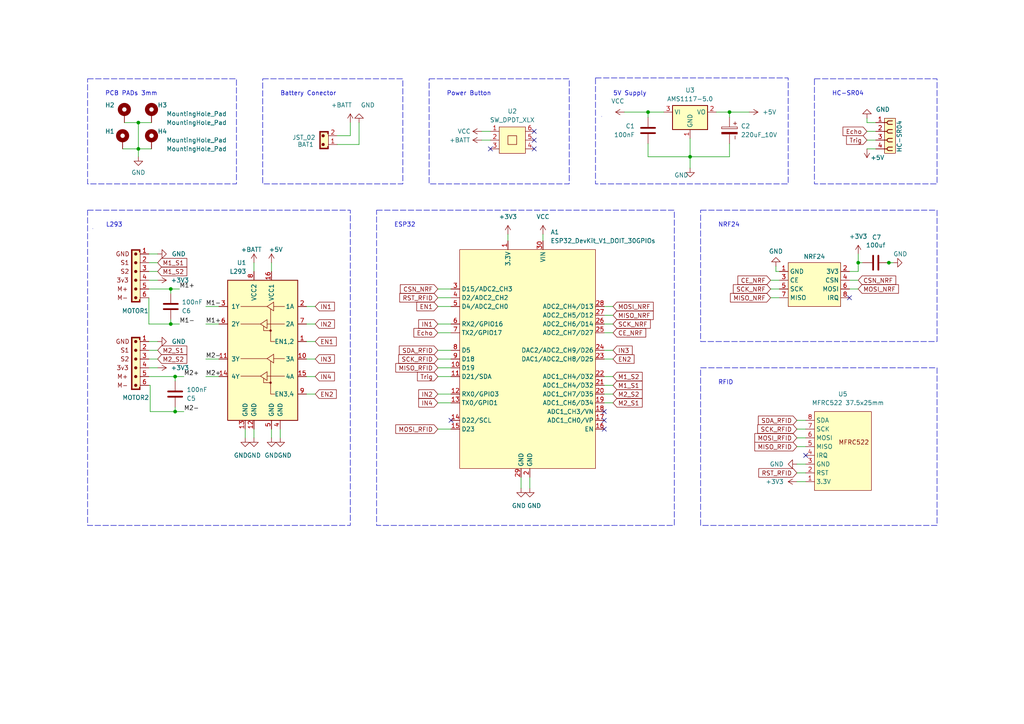
<source format=kicad_sch>
(kicad_sch (version 20230121) (generator eeschema)
  (paper "A4")
  (title_block (title "Robot 2WD") (rev "0.1") (company "GERE"))
  (lib_symbols
    (symbol "Device:C" (pin_numbers hide) (pin_names (offset 0.254))
      (property "Reference" "C" (at 0.635 2.54 0))
      (property "Value" "C" (at 0.635 -2.54 0))
      (symbol "C_0_1"
        (polyline (pts (xy -2.032 -0.762) (xy 2.032 -0.762)) (stroke (width 0.508)))
        (polyline (pts (xy -2.032 0.762) (xy 2.032 0.762)) (stroke (width 0.508)))
      )
      (symbol "C_1_1"
        (pin passive line (at 0 3.81 270) (length 2.794) (name "~") (number "1"))
        (pin passive line (at 0 -3.81 90) (length 2.794) (name "~") (number "2"))
      )
    )
    (symbol "Driver_Motor:L293" (pin_names (offset 1.016))
      (property "Reference" "U" (at -5.08 26.035 0))
      (property "Value" "L293" (at -5.08 24.13 0))
      (symbol "L293_0_1"
        (rectangle (start -10.16 22.86) (end 10.16 -17.78) (stroke (width 0.254)) (fill (type background)))
        (circle (center -2.286 -6.858) (radius 0.254) (fill (type outline)))
        (circle (center -2.286 8.255) (radius 0.254) (fill (type outline)))
        (polyline (pts (xy -6.35 -4.953) (xy -1.27 -4.953)))
        (polyline (pts (xy -6.35 0.127) (xy -3.175 0.127)))
        (polyline (pts (xy -6.35 10.16) (xy -1.27 10.16)))
        (polyline (pts (xy -6.35 15.24) (xy -3.175 15.24)))
        (polyline (pts (xy -1.27 0.127) (xy 6.35 0.127)))
        (polyline (pts (xy -1.27 15.24) (xy 6.35 15.24)))
        (polyline (pts (xy 0.635 -4.953) (xy 6.35 -4.953)))
        (polyline (pts (xy 0.635 10.16) (xy 6.35 10.16)))
        (polyline (pts (xy -2.286 -6.858) (xy -0.254 -6.858) (xy -0.254 -5.588)))
        (polyline (pts (xy -2.286 -0.635) (xy -2.286 -10.16) (xy -3.556 -10.16)))
        (polyline (pts (xy -2.286 8.255) (xy -0.254 8.255) (xy -0.254 9.525)))
        (polyline (pts (xy -2.286 14.478) (xy -2.286 5.08) (xy -3.556 5.08)))
        (polyline (pts (xy -3.175 1.397) (xy -3.175 -1.143) (xy -1.27 0.127) (xy -3.175 1.397)))
        (polyline (pts (xy -3.175 16.51) (xy -3.175 13.97) (xy -1.27 15.24) (xy -3.175 16.51)))
        (polyline (pts (xy -1.27 -3.683) (xy -1.27 -6.223) (xy 0.635 -4.953) (xy -1.27 -3.683)))
        (polyline (pts (xy -1.27 11.43) (xy -1.27 8.89) (xy 0.635 10.16) (xy -1.27 11.43)))
      )
      (symbol "L293_1_1"
        (pin input line (at -12.7 5.08 0) (length 2.54) (name "EN1,2") (number "1"))
        (pin input line (at -12.7 0 0) (length 2.54) (name "3A") (number "10"))
        (pin output line (at 12.7 0 180) (length 2.54) (name "3Y") (number "11"))
        (pin power_in line (at 2.54 -20.32 90) (length 2.54) (name "GND") (number "12"))
        (pin power_in line (at 5.08 -20.32 90) (length 2.54) (name "GND") (number "13"))
        (pin output line (at 12.7 -5.08 180) (length 2.54) (name "4Y") (number "14"))
        (pin input line (at -12.7 -5.08 0) (length 2.54) (name "4A") (number "15"))
        (pin power_in line (at -2.54 25.4 270) (length 2.54) (name "VCC1") (number "16"))
        (pin input line (at -12.7 15.24 0) (length 2.54) (name "1A") (number "2"))
        (pin output line (at 12.7 15.24 180) (length 2.54) (name "1Y") (number "3"))
        (pin power_in line (at -5.08 -20.32 90) (length 2.54) (name "GND") (number "4"))
        (pin power_in line (at -2.54 -20.32 90) (length 2.54) (name "GND") (number "5"))
        (pin output line (at 12.7 10.16 180) (length 2.54) (name "2Y") (number "6"))
        (pin input line (at -12.7 10.16 0) (length 2.54) (name "2A") (number "7"))
        (pin power_in line (at 2.54 25.4 270) (length 2.54) (name "VCC2") (number "8"))
        (pin input line (at -12.7 -10.16 0) (length 2.54) (name "EN3,4") (number "9"))
      )
    )
    (symbol "GERE_symbols:MFRC522 37.5x25mm"
      (property "Reference" "U" (at -6.35 16.51 0))
      (property "Value" "MFRC522 37.5x25mm" (at -2.54 13.97 0))
      (symbol "MFRC522 37.5x25mm_1_1"
        (rectangle (start -7.62 11.43) (end 8.89 -11.43) (fill (type background)))
        (text "MFRC522\n" (at 3.81 2.54 0) (effects (font (size 1.27 1.27))))
        (pin input line (at -10.16 -8.89 0) (length 2.54) (name "3.3V") (number "1"))
        (pin input line (at -10.16 -6.35 0) (length 2.54) (name "RST") (number "2"))
        (pin input line (at -10.16 -3.81 0) (length 2.54) (name "GND") (number "3"))
        (pin input line (at -10.16 -1.27 0) (length 2.54) (name "IRQ") (number "4"))
        (pin input line (at -10.16 1.27 0) (length 2.54) (name "MISO") (number "5"))
        (pin input line (at -10.16 3.81 0) (length 2.54) (name "MOSI") (number "6"))
        (pin input line (at -10.16 6.35 0) (length 2.54) (name "SCK") (number "7"))
        (pin input line (at -10.16 8.89 0) (length 2.54) (name "SDA") (number "8"))
      )
    )
    (symbol "GERE_symbols:MOTOR ENC JST_06 (PH2.0) Horizontal"
      (property "Reference" "J" (at 3.81 21.59 0))
      (property "Value" "MOTOR ENC JST_06 (PH2.0) Horizontal" (at 3.81 19.05 0))
      (symbol "MOTOR ENC JST_06 (PH2.0) Horizontal_0_1"
        (polyline (pts (xy 5.08 2.032) (xy 5.08 1.27) (xy 7.62 1.27) (xy 7.62 2.032) (xy 7.366 2.032) (xy 7.366 1.524) (xy 5.334 1.524) (xy 5.334 2.032) (xy 5.08 2.032)) (fill (type outline)))
        (polyline (pts (xy 7.62 15.748) (xy 7.62 16.51) (xy 5.08 16.51) (xy 5.08 15.748) (xy 5.334 15.748) (xy 5.334 16.256) (xy 7.366 16.256) (xy 7.366 15.748) (xy 7.62 15.748)) (fill (type outline)))
        (rectangle (start 5.08 16.51) (end 7.62 1.27) (fill (type background)))
        (circle (center 6.35 2.54) (radius 0.381) (fill (type outline)))
        (circle (center 6.35 5.08) (radius 0.381) (fill (type outline)))
        (circle (center 6.35 7.62) (radius 0.381) (fill (type outline)))
        (circle (center 6.35 10.16) (radius 0.381) (fill (type outline)))
        (circle (center 6.35 12.7) (radius 0.381) (fill (type outline)))
        (circle (center 6.35 15.24) (radius 0.381) (fill (type outline)))
        (rectangle (start 7.366 2.032) (end 7.62 2.032))
        (rectangle (start 7.366 15.748) (end 7.62 2.032) (fill (type outline)))
      )
      (symbol "MOTOR ENC JST_06 (PH2.0) Horizontal_1_1"
        (text "3v3" (at 10.16 10.16 0) (effects (font (size 1.27 1.27))))
        (text "GND" (at 10.16 2.54 0) (effects (font (size 1.27 1.27))))
        (text "M+" (at 10.16 12.7 0) (effects (font (size 1.27 1.27))))
        (text "M-" (at 10.16 15.24 0) (effects (font (size 1.27 1.27))))
        (text "S1" (at 9.525 5.08 0) (effects (font (size 1.27 1.27))))
        (text "S2" (at 9.525 7.62 0) (effects (font (size 1.27 1.27))))
        (pin input line (at 2.54 2.54 0) (length 2.54) (name "") (number "1"))
        (pin output line (at 2.54 5.08 0) (length 2.54) (name "") (number "2"))
        (pin output line (at 2.54 7.62 0) (length 2.54) (name "") (number "3"))
        (pin input line (at 2.54 10.16 0) (length 2.54) (name "") (number "4"))
        (pin input line (at 2.54 12.7 0) (length 2.54) (name "") (number "5"))
        (pin input line (at 2.54 15.24 0) (length 2.54) (name "") (number "6"))
      )
    )
    (symbol "GERE_symbols:NRF24"
      (property "Reference" "U" (at 7.62 12.7 0))
      (property "Value" "NRF24" (at 10.16 15.24 0))
      (symbol "NRF24_1_1"
        (rectangle (start 0 10.16) (end 15.24 -2.54) (fill (type background)))
        (pin input line (at -2.54 7.62 0) (length 2.54) (name "GND") (number "1"))
        (pin input line (at 17.78 7.62 180) (length 2.54) (name "3V3") (number "2"))
        (pin input line (at -2.54 5.08 0) (length 2.54) (name "CE") (number "3"))
        (pin input line (at 17.78 5.08 180) (length 2.54) (name "CSN") (number "4"))
        (pin input line (at -2.54 2.54 0) (length 2.54) (name "SCK") (number "5"))
        (pin input line (at 17.78 2.54 180) (length 2.54) (name "MOSI") (number "6"))
        (pin input line (at -2.54 0 0) (length 2.54) (name "MISO") (number "7"))
        (pin input line (at 17.78 0 180) (length 2.54) (name "IRQ") (number "8"))
      )
    )
    (symbol "GERE_symbols:SW_DPDT_XLX" (pin_names (offset 1.016))
      (property "Reference" "U" (at 0 8.89 0))
      (property "Value" "SW_DPDT_XLX" (at 0 6.35 0))
      (symbol "SW_DPDT_XLX_0_1"
        (polyline (pts (xy 1.27 -1.27) (xy -1.27 -1.27) (xy -1.27 1.27) (xy 1.27 1.27) (xy 1.27 -1.27)))
        (rectangle (start 3.81 -3.81) (end -3.81 3.81) (fill (type background)))
      )
      (symbol "SW_DPDT_XLX_1_1"
        (pin input line (at -6.35 2.54 0) (length 2.54) (name "~") (number "1"))
        (pin input line (at -6.35 0 0) (length 2.54) (name "~") (number "2"))
        (pin input line (at -6.35 -2.54 0) (length 2.54) (name "~") (number "3"))
        (pin input line (at 6.35 -2.54 180) (length 2.54) (name "~") (number "4"))
        (pin input line (at 6.35 0 180) (length 2.54) (name "~") (number "5"))
        (pin input line (at 6.35 2.54 180) (length 2.54) (name "~") (number "6"))
      )
    )
    (symbol "MOTOR ENC JST_06 (PH2.0) Horizontal_1"
      (property "Reference" "J" (at 3.81 21.59 0))
      (property "Value" "MOTOR ENC JST_06 (PH2.0) Horizontal" (at 3.81 19.05 0))
      (symbol "MOTOR ENC JST_06 (PH2.0) Horizontal_1_0_1"
        (polyline (pts (xy 5.08 2.032) (xy 5.08 1.27) (xy 7.62 1.27) (xy 7.62 2.032) (xy 7.366 2.032) (xy 7.366 1.524) (xy 5.334 1.524) (xy 5.334 2.032) (xy 5.08 2.032)) (fill (type outline)))
        (polyline (pts (xy 7.62 15.748) (xy 7.62 16.51) (xy 5.08 16.51) (xy 5.08 15.748) (xy 5.334 15.748) (xy 5.334 16.256) (xy 7.366 16.256) (xy 7.366 15.748) (xy 7.62 15.748)) (fill (type outline)))
        (rectangle (start 5.08 16.51) (end 7.62 1.27) (fill (type background)))
        (circle (center 6.35 2.54) (radius 0.381) (fill (type outline)))
        (circle (center 6.35 5.08) (radius 0.381) (fill (type outline)))
        (circle (center 6.35 7.62) (radius 0.381) (fill (type outline)))
        (circle (center 6.35 10.16) (radius 0.381) (fill (type outline)))
        (circle (center 6.35 12.7) (radius 0.381) (fill (type outline)))
        (circle (center 6.35 15.24) (radius 0.381) (fill (type outline)))
        (rectangle (start 7.366 2.032) (end 7.62 2.032))
        (rectangle (start 7.366 15.748) (end 7.62 2.032) (fill (type outline)))
      )
      (symbol "MOTOR ENC JST_06 (PH2.0) Horizontal_1_1_1"
        (text "3v3" (at 10.16 10.16 0) (effects (font (size 1.27 1.27))))
        (text "GND" (at 10.16 2.54 0) (effects (font (size 1.27 1.27))))
        (text "M+" (at 10.16 12.7 0) (effects (font (size 1.27 1.27))))
        (text "M-" (at 10.16 15.24 0) (effects (font (size 1.27 1.27))))
        (text "S1" (at 9.525 5.08 0) (effects (font (size 1.27 1.27))))
        (text "S2" (at 9.525 7.62 0) (effects (font (size 1.27 1.27))))
        (pin input line (at 2.54 2.54 0) (length 2.54) (name "") (number "1"))
        (pin output line (at 2.54 5.08 0) (length 2.54) (name "") (number "2"))
        (pin output line (at 2.54 7.62 0) (length 2.54) (name "") (number "3"))
        (pin input line (at 2.54 10.16 0) (length 2.54) (name "") (number "4"))
        (pin input line (at 2.54 12.7 0) (length 2.54) (name "") (number "5"))
        (pin input line (at 2.54 15.24 0) (length 2.54) (name "") (number "6"))
      )
    )
    (symbol "Mechanical:MountingHole_Pad" (pin_numbers hide) (pin_names (offset 1.016) hide)
      (property "Reference" "H" (at 0 6.35 0))
      (property "Value" "MountingHole_Pad" (at 0 4.445 0))
      (symbol "MountingHole_Pad_0_1"
        (circle (center 0 1.27) (radius 1.27) (stroke (width 1.27)))
      )
      (symbol "MountingHole_Pad_1_1"
        (pin input line (at 0 -2.54 90) (length 2.54) (name "1") (number "1"))
      )
    )
    (symbol "PCM_SL_Capacitors:220uF_10V"
      (property "Reference" "C" (at 0 7.62 0))
      (property "Value" "220uF_10V" (at 0 5.08 0))
      (symbol "220uF_10V_0_0"
        (text "+" (at -2.032 1.524 0) (effects (font (size 1.27 1.27))))
        (text "-" (at 2.032 1.524 0) (effects (font (size 1.27 1.27))))
      )
      (symbol "220uF_10V_0_1"
        (rectangle (start -1.016 -2.286) (end -0.508 2.286))
        (rectangle (start 0.508 -2.286) (end 1.016 2.286) (fill (type outline)))
      )
      (symbol "220uF_10V_1_1"
        (pin passive line (at -3.81 0 0) (length 2.7) (name "~") (number "1"))
        (pin input line (at 3.81 0 180) (length 2.7) (name "~") (number "2"))
      )
    )
    (symbol "PCM_SL_Connectors:JST_02"
      (property "Reference" "J" (at 0 7.62 0))
      (property "Value" "JST_02" (at 0 5.08 0))
      (symbol "JST_02_0_1"
        (rectangle (start -1.27 2.54) (end 1.27 -2.54) (fill (type background)))
        (polyline (pts (xy -1.27 -1.778) (xy -1.27 -2.54) (xy 1.27 -2.54) (xy 1.27 -1.778) (xy 1.016 -1.778) (xy 1.016 -2.286) (xy -1.016 -2.286) (xy -1.016 -1.778) (xy -1.27 -1.778)) (fill (type outline)))
        (polyline (pts (xy 1.27 1.778) (xy 1.27 2.54) (xy -1.27 2.54) (xy -1.27 1.778) (xy -1.016 1.778) (xy -1.016 2.286) (xy 1.016 2.286) (xy 1.016 1.778) (xy 1.27 1.778)) (fill (type outline)))
        (circle (center 0.254 -1.27) (radius 0.381) (fill (type outline)))
        (circle (center 0.254 1.27) (radius 0.381) (fill (type outline)))
        (rectangle (start 1.016 1.778) (end 1.27 -1.778) (fill (type outline)))
      )
      (symbol "JST_02_1_1"
        (pin passive line (at -3.81 1.27 0) (length 2.54) (name "") (number "1"))
        (pin passive line (at -3.81 -1.27 0) (length 2.54) (name "") (number "2"))
      )
    )
    (symbol "PCM_SL_Development_Board:ESP32_DevKit_V1_DOIT_30GPIOs"
      (property "Reference" "A" (at -11.43 34.29 0))
      (property "Value" "ESP32_DevKit_V1_DOIT_30GPIOs" (at 2.54 -22.86 0))
      (symbol "ESP32_DevKit_V1_DOIT_30GPIOs_0_1"
        (rectangle (start -19.05 33.02) (end 20.32 -30.48) (fill (type background)))
      )
      (symbol "ESP32_DevKit_V1_DOIT_30GPIOs_1_1"
        (pin power_in line (at -5.08 35.56 270) (length 2.54) (name "3.3V") (number "1"))
        (pin bidirectional line (at -21.59 -1.27 0) (length 2.54) (name "D19") (number "10"))
        (pin bidirectional line (at -21.59 -3.81 0) (length 2.54) (name "D21/SDA") (number "11"))
        (pin bidirectional line (at -21.59 -8.89 0) (length 2.54) (name "RX0/GPIO3") (number "12"))
        (pin bidirectional line (at -21.59 -11.43 0) (length 2.54) (name "TX0/GPIO1") (number "13"))
        (pin bidirectional line (at -21.59 -16.51 0) (length 2.54) (name "D22/SCL") (number "14"))
        (pin bidirectional line (at -21.59 -19.05 0) (length 2.54) (name "D23") (number "15"))
        (pin bidirectional line (at 22.86 -19.05 180) (length 2.54) (name "EN") (number "16"))
        (pin bidirectional line (at 22.86 -16.51 180) (length 2.54) (name "ADC1_CH0/VP") (number "17"))
        (pin bidirectional line (at 22.86 -13.97 180) (length 2.54) (name "ADC1_CH3/VN") (number "18"))
        (pin bidirectional line (at 22.86 -11.43 180) (length 2.54) (name "ADC1_CH6/D34") (number "19"))
        (pin power_in line (at 1.27 -33.02 90) (length 2.54) (name "GND") (number "2"))
        (pin bidirectional line (at 22.86 -8.89 180) (length 2.54) (name "ADC1_CH7/D35") (number "20"))
        (pin bidirectional line (at 22.86 -6.35 180) (length 2.54) (name "ADC1_CH4/D32") (number "21"))
        (pin bidirectional line (at 22.86 -3.81 180) (length 2.54) (name "ADC1_CH4/D32") (number "22"))
        (pin bidirectional line (at 22.86 1.27 180) (length 2.54) (name "DAC1/ADC2_CH8/D25") (number "23"))
        (pin bidirectional line (at 22.86 3.81 180) (length 2.54) (name "DAC2/ADC2_CH9/D26") (number "24"))
        (pin bidirectional line (at 22.86 8.89 180) (length 2.54) (name "ADC2_CH7/D27") (number "25"))
        (pin bidirectional line (at 22.86 11.43 180) (length 2.54) (name "ADC2_CH6/D14") (number "26"))
        (pin bidirectional line (at 22.86 13.97 180) (length 2.54) (name "ADC2_CH5/D12") (number "27"))
        (pin bidirectional line (at 22.86 16.51 180) (length 2.54) (name "ADC2_CH4/D13") (number "28"))
        (pin power_in line (at -1.27 -33.02 90) (length 2.54) (name "GND") (number "29"))
        (pin bidirectional line (at -21.59 21.59 0) (length 2.54) (name "D15/ADC2_CH3") (number "3"))
        (pin power_in line (at 5.08 35.56 270) (length 2.54) (name "VIN") (number "30"))
        (pin bidirectional line (at -21.59 19.05 0) (length 2.54) (name "D2/ADC2_CH2") (number "4"))
        (pin bidirectional line (at -21.59 16.51 0) (length 2.54) (name "D4/ADC2_CH0") (number "5"))
        (pin bidirectional line (at -21.59 11.43 0) (length 2.54) (name "RX2/GPIO16") (number "6"))
        (pin bidirectional line (at -21.59 8.89 0) (length 2.54) (name "TX2/GPIO17") (number "7"))
        (pin bidirectional line (at -21.59 3.81 0) (length 2.54) (name "D5") (number "8"))
        (pin bidirectional line (at -21.59 1.27 0) (length 2.54) (name "D18") (number "9"))
      )
    )
    (symbol "PCM_SL_Pin_Headers:PINHD_1x4_Female"
      (property "Reference" "J" (at 0 10.16 0))
      (property "Value" "PINHD_1x4_Female" (at 0 7.62 0))
      (symbol "PINHD_1x4_Female_0_1"
        (rectangle (start -1.27 5.08) (end 1.905 -5.08) (fill (type background)))
        (arc (start -0.508 -3.81) (mid -0.3592 -4.1692) (end 0 -4.318) (stroke (width 0.25)))
        (arc (start -0.508 -1.27) (mid -0.3592 -1.6292) (end 0 -1.778) (stroke (width 0.25)))
        (arc (start -0.508 1.27) (mid -0.3592 0.9108) (end 0 0.762) (stroke (width 0.25)))
        (arc (start -0.508 3.81) (mid -0.3592 3.4508) (end 0 3.302) (stroke (width 0.25)))
        (arc (start 0 -3.302) (mid -0.3592 -3.4508) (end -0.508 -3.81) (stroke (width 0.25)))
        (arc (start 0 -0.762) (mid -0.3592 -0.9108) (end -0.508 -1.27) (stroke (width 0.25)))
        (polyline (pts (xy -1.27 -3.81) (xy -0.508 -3.81)) (stroke (width 0.25)))
        (polyline (pts (xy -1.27 -1.27) (xy -0.508 -1.27)) (stroke (width 0.25)))
        (polyline (pts (xy -1.27 1.27) (xy -0.508 1.27)) (stroke (width 0.25)))
        (polyline (pts (xy -1.27 3.81) (xy -0.508 3.81)) (stroke (width 0.25)))
        (polyline (pts (xy 0 -4.318) (xy 1.016 -4.318)) (stroke (width 0.25)))
        (polyline (pts (xy 0 -3.302) (xy 1.016 -3.302)) (stroke (width 0.25)))
        (polyline (pts (xy 0 -1.778) (xy 1.016 -1.778)) (stroke (width 0.25)))
        (polyline (pts (xy 0 -0.762) (xy 1.016 -0.762)) (stroke (width 0.25)))
        (polyline (pts (xy 0 0.762) (xy 1.016 0.762)) (stroke (width 0.25)))
        (polyline (pts (xy 0 1.778) (xy 1.016 1.778)) (stroke (width 0.25)))
        (polyline (pts (xy 0 3.302) (xy 1.016 3.302)) (stroke (width 0.25)))
        (polyline (pts (xy 0 4.318) (xy 1.016 4.318)) (stroke (width 0.25)))
        (arc (start 0 1.778) (mid -0.3592 1.6292) (end -0.508 1.27) (stroke (width 0.25)))
        (arc (start 0 4.318) (mid -0.3592 4.1692) (end -0.508 3.81) (stroke (width 0.25)))
      )
      (symbol "PINHD_1x4_Female_1_1"
        (pin passive line (at -3.81 3.81 0) (length 2.54) (name "") (number "1"))
        (pin passive line (at -3.81 1.27 0) (length 2.54) (name "") (number "2"))
        (pin passive line (at -3.81 -1.27 0) (length 2.54) (name "") (number "3"))
        (pin passive line (at -3.81 -3.81 0) (length 2.54) (name "") (number "4"))
      )
    )
    (symbol "Regulator_Linear:AMS1117-5.0"
      (property "Reference" "U" (at -3.81 3.175 0))
      (property "Value" "AMS1117-5.0" (at 0 3.175 0))
      (symbol "AMS1117-5.0_0_1"
        (rectangle (start -5.08 -5.08) (end 5.08 1.905) (stroke (width 0.254)) (fill (type background)))
      )
      (symbol "AMS1117-5.0_1_1"
        (pin power_in line (at 0 -7.62 90) (length 2.54) (name "GND") (number "1"))
        (pin power_out line (at 7.62 0 180) (length 2.54) (name "VO") (number "2"))
        (pin power_in line (at -7.62 0 0) (length 2.54) (name "VI") (number "3"))
      )
    )
    (symbol "power:+3V3" (power) (pin_names (offset 0))
      (property "Value" "+3V3" (at 0 3.556 0))
      (symbol "+3V3_0_1"
        (polyline (pts (xy -0.762 1.27) (xy 0 2.54)))
        (polyline (pts (xy 0 0) (xy 0 2.54)))
        (polyline (pts (xy 0 2.54) (xy 0.762 1.27)))
      )
      (symbol "+3V3_1_1"
        (pin power_in line (at 0 0 90) (length 0) hide (name "+3V3") (number "1"))
      )
    )
    (symbol "power:+5V" (power) (pin_names (offset 0))
      (property "Value" "+5V" (at 0 3.556 0))
      (symbol "+5V_0_1"
        (polyline (pts (xy -0.762 1.27) (xy 0 2.54)))
        (polyline (pts (xy 0 0) (xy 0 2.54)))
        (polyline (pts (xy 0 2.54) (xy 0.762 1.27)))
      )
      (symbol "+5V_1_1"
        (pin power_in line (at 0 0 90) (length 0) hide (name "+5V") (number "1"))
      )
    )
    (symbol "power:+BATT" (power) (pin_names (offset 0))
      (property "Value" "+BATT" (at 0 3.556 0))
      (symbol "+BATT_0_1"
        (polyline (pts (xy -0.762 1.27) (xy 0 2.54)))
        (polyline (pts (xy 0 0) (xy 0 2.54)))
        (polyline (pts (xy 0 2.54) (xy 0.762 1.27)))
      )
      (symbol "+BATT_1_1"
        (pin power_in line (at 0 0 90) (length 0) hide (name "+BATT") (number "1"))
      )
    )
    (symbol "power:GND" (power) (pin_names (offset 0))
      (property "Value" "GND" (at 0 -3.81 0))
      (symbol "GND_0_1"
        (polyline (pts (xy 0 0) (xy 0 -1.27) (xy 1.27 -1.27) (xy 0 -2.54) (xy -1.27 -1.27) (xy 0 -1.27)))
      )
      (symbol "GND_1_1"
        (pin power_in line (at 0 0 270) (length 0) hide (name "GND") (number "1"))
      )
    )
    (symbol "power:VCC" (power) (pin_names (offset 0))
      (property "Value" "VCC" (at 0 3.81 0))
      (symbol "VCC_0_1"
        (polyline (pts (xy -0.762 1.27) (xy 0 2.54)))
        (polyline (pts (xy 0 0) (xy 0 2.54)))
        (polyline (pts (xy 0 2.54) (xy 0.762 1.27)))
      )
      (symbol "VCC_1_1"
        (pin power_in line (at 0 0 90) (length 0) hide (name "VCC") (number "1"))
      )
    )
  )
  (junction (at 211.582 32.512))
  (junction (at 200.152 45.466))
  (junction (at 50.8 109.22))
  (junction (at 40.132 35.56))
  (junction (at 50.8 119.38))
  (junction (at 187.96 32.512))
  (junction (at 49.53 83.82))
  (junction (at 40.132 43.18))
  (junction (at 49.53 93.98))
  (junction (at 248.92 76.2))
  (junction (at 257.81 76.2))
  (no_connect (at 175.26 119.38))
  (no_connect (at 154.94 38.1))
  (no_connect (at 233.68 132.08))
  (no_connect (at 246.38 86.36))
  (no_connect (at 130.81 121.92))
  (no_connect (at 154.94 43.18))
  (no_connect (at 175.26 121.92))
  (no_connect (at 154.94 40.64))
  (no_connect (at 142.24 43.18))
  (no_connect (at 175.26 124.46))
  (wire (pts (xy 104.14 41.91) (xy 104.14 35.56)))
  (wire (pts (xy 40.132 35.56) (xy 43.942 35.56)))
  (wire (pts (xy 127 86.36) (xy 130.81 86.36)))
  (wire (pts (xy 151.13 138.43) (xy 151.13 141.605)))
  (wire (pts (xy 127 124.46) (xy 130.81 124.46)))
  (wire (pts (xy 231.14 124.46) (xy 233.68 124.46)))
  (wire (pts (xy 127 83.82) (xy 130.81 83.82)))
  (wire (pts (xy 43.18 101.6) (xy 45.72 101.6)))
  (wire (pts (xy 78.74 124.46) (xy 78.74 127)))
  (wire (pts (xy 211.582 34.036) (xy 211.582 32.512)))
  (wire (pts (xy 187.96 32.512) (xy 192.532 32.512)))
  (wire (pts (xy 53.34 119.38) (xy 50.8 119.38)))
  (wire (pts (xy 59.69 93.98) (xy 63.5 93.98)))
  (wire (pts (xy 211.582 32.512) (xy 217.297 32.512)))
  (wire (pts (xy 147.32 67.945) (xy 147.32 69.85)))
  (wire (pts (xy 175.26 96.52) (xy 177.8 96.52)))
  (wire (pts (xy 43.18 104.14) (xy 45.72 104.14)))
  (wire (pts (xy 127 96.52) (xy 130.81 96.52)))
  (wire (pts (xy 59.69 104.14) (xy 63.5 104.14)))
  (wire (pts (xy 257.81 76.2) (xy 259.08 76.2)))
  (wire (pts (xy 254 43.18) (xy 251.46 43.18)))
  (wire (pts (xy 248.92 73.66) (xy 248.92 76.2)))
  (wire (pts (xy 43.18 73.66) (xy 45.72 73.66)))
  (wire (pts (xy 207.772 32.512) (xy 211.582 32.512)))
  (wire (pts (xy 49.53 93.98) (xy 52.07 93.98)))
  (wire (pts (xy 251.46 35.56) (xy 254 35.56)))
  (wire (pts (xy 40.132 45.466) (xy 40.132 43.18)))
  (wire (pts (xy 200.152 45.466) (xy 211.582 45.466)))
  (wire (pts (xy 91.44 114.3) (xy 88.9 114.3)))
  (wire (pts (xy 97.79 41.91) (xy 104.14 41.91)))
  (wire (pts (xy 59.69 109.22) (xy 63.5 109.22)))
  (wire (pts (xy 49.53 83.82) (xy 49.53 85.09)))
  (wire (pts (xy 175.26 101.6) (xy 177.8 101.6)))
  (wire (pts (xy 59.69 88.9) (xy 63.5 88.9)))
  (wire (pts (xy 175.26 111.76) (xy 177.8 111.76)))
  (wire (pts (xy 175.26 88.9) (xy 177.8 88.9)))
  (wire (pts (xy 256.54 76.2) (xy 257.81 76.2)))
  (wire (pts (xy 157.48 67.945) (xy 157.48 69.85)))
  (wire (pts (xy 127 109.22) (xy 130.81 109.22)))
  (wire (pts (xy 225.044 78.74) (xy 225.044 77.216)))
  (wire (pts (xy 127 93.98) (xy 130.81 93.98)))
  (wire (pts (xy 71.12 124.46) (xy 71.12 127)))
  (wire (pts (xy 248.92 78.74) (xy 248.92 76.2)))
  (wire (pts (xy 81.28 124.46) (xy 81.28 127)))
  (wire (pts (xy 231.14 121.92) (xy 233.68 121.92)))
  (wire (pts (xy 246.38 78.74) (xy 248.92 78.74)))
  (wire (pts (xy 50.8 118.11) (xy 50.8 119.38)))
  (wire (pts (xy 91.44 104.14) (xy 88.9 104.14)))
  (wire (pts (xy 153.67 138.43) (xy 153.67 141.605)))
  (wire (pts (xy 43.561 119.38) (xy 43.561 111.76)))
  (wire (pts (xy 43.18 99.06) (xy 45.72 99.06)))
  (wire (pts (xy 73.66 76.2) (xy 73.66 78.74)))
  (wire (pts (xy 139.7 40.64) (xy 142.24 40.64)))
  (wire (pts (xy 43.18 106.68) (xy 45.72 106.68)))
  (wire (pts (xy 43.18 83.82) (xy 49.53 83.82)))
  (wire (pts (xy 139.7 38.1) (xy 142.24 38.1)))
  (wire (pts (xy 43.18 109.22) (xy 50.8 109.22)))
  (wire (pts (xy 175.26 116.84) (xy 177.8 116.84)))
  (wire (pts (xy 50.8 110.49) (xy 50.8 109.22)))
  (wire (pts (xy 91.44 99.06) (xy 88.9 99.06)))
  (wire (pts (xy 91.44 93.98) (xy 88.9 93.98)))
  (wire (pts (xy 40.132 43.18) (xy 40.132 35.56)))
  (wire (pts (xy 175.26 114.3) (xy 177.8 114.3)))
  (wire (pts (xy 251.46 40.64) (xy 254 40.64)))
  (wire (pts (xy 43.561 119.38) (xy 50.8 119.38)))
  (wire (pts (xy 223.52 81.28) (xy 226.06 81.28)))
  (wire (pts (xy 52.07 83.82) (xy 49.53 83.82)))
  (wire (pts (xy 231.14 134.62) (xy 233.68 134.62)))
  (wire (pts (xy 127 106.68) (xy 130.81 106.68)))
  (wire (pts (xy 127 101.6) (xy 130.81 101.6)))
  (wire (pts (xy 248.92 76.2) (xy 250.19 76.2)))
  (wire (pts (xy 251.46 35.56) (xy 251.46 34.29)))
  (wire (pts (xy 40.132 43.18) (xy 43.942 43.18)))
  (wire (pts (xy 181.102 32.512) (xy 187.96 32.512)))
  (wire (pts (xy 226.06 78.74) (xy 225.044 78.74)))
  (wire (pts (xy 127 104.14) (xy 130.81 104.14)))
  (wire (pts (xy 43.18 78.74) (xy 45.72 78.74)))
  (wire (pts (xy 127 116.84) (xy 130.81 116.84)))
  (wire (pts (xy 246.38 83.82) (xy 248.92 83.82)))
  (wire (pts (xy 231.14 127) (xy 233.68 127)))
  (wire (pts (xy 101.6 39.37) (xy 101.6 35.56)))
  (wire (pts (xy 43.18 93.98) (xy 43.18 86.36)))
  (wire (pts (xy 231.14 129.54) (xy 233.68 129.54)))
  (wire (pts (xy 127 114.3) (xy 130.81 114.3)))
  (wire (pts (xy 200.152 40.132) (xy 200.152 45.466)))
  (wire (pts (xy 88.9 88.9) (xy 91.44 88.9)))
  (wire (pts (xy 175.26 104.14) (xy 177.8 104.14)))
  (wire (pts (xy 97.79 39.37) (xy 101.6 39.37)))
  (wire (pts (xy 43.18 81.28) (xy 45.72 81.28)))
  (wire (pts (xy 53.34 109.22) (xy 50.8 109.22)))
  (wire (pts (xy 43.18 76.2) (xy 45.72 76.2)))
  (wire (pts (xy 231.14 139.7) (xy 233.68 139.7)))
  (wire (pts (xy 211.582 45.466) (xy 211.582 41.656)))
  (wire (pts (xy 175.26 93.98) (xy 177.8 93.98)))
  (wire (pts (xy 78.74 76.2) (xy 78.74 78.74)))
  (wire (pts (xy 43.18 93.98) (xy 49.53 93.98)))
  (wire (pts (xy 49.53 93.98) (xy 49.53 92.71)))
  (wire (pts (xy 175.26 91.44) (xy 177.8 91.44)))
  (wire (pts (xy 36.068 35.56) (xy 40.132 35.56)))
  (wire (pts (xy 91.44 109.22) (xy 88.9 109.22)))
  (wire (pts (xy 223.52 83.82) (xy 226.06 83.82)))
  (wire (pts (xy 35.56 43.18) (xy 40.132 43.18)))
  (wire (pts (xy 127 88.9) (xy 130.81 88.9)))
  (wire (pts (xy 223.52 86.36) (xy 226.06 86.36)))
  (wire (pts (xy 73.66 124.46) (xy 73.66 127)))
  (wire (pts (xy 251.46 38.1) (xy 254 38.1)))
  (wire (pts (xy 187.96 41.656) (xy 187.96 45.466)))
  (wire (pts (xy 43.561 111.76) (xy 43.18 111.76)))
  (wire (pts (xy 187.96 45.466) (xy 200.152 45.466)))
  (wire (pts (xy 175.26 109.22) (xy 177.8 109.22)))
  (wire (pts (xy 187.96 32.512) (xy 187.96 34.036)))
  (wire (pts (xy 231.14 137.16) (xy 233.68 137.16)))
  (wire (pts (xy 246.38 81.28) (xy 248.92 81.28)))
  (wire (pts (xy 200.152 45.466) (xy 200.152 48.768)))
  (rectangle (start 236.22 22.86) (end 271.78 53.34) (stroke (width 0) (type dash)))
  (rectangle (start 76.2 22.86) (end 116.84 53.34) (stroke (width 0) (type dash)))
  (rectangle (start 26.924 66.294) (end 26.924 66.294))
  (rectangle (start 124.46 22.86) (end 165.1 53.34) (stroke (width 0) (type dash)))
  (rectangle (start 109.22 60.96) (end 195.58 152.4) (stroke (width 0) (type dash)))
  (rectangle (start 203.2 60.96) (end 271.78 99.06) (stroke (width 0) (type dash)))
  (rectangle (start 172.72 22.606) (end 228.6 53.34) (stroke (width 0) (type dash)))
  (rectangle (start 174.498 33.782) (end 174.498 33.782))
  (rectangle (start 203.2 106.68) (end 271.78 152.4) (stroke (width 0) (type dash)))
  (rectangle (start 25.4 22.86) (end 68.58 53.34) (stroke (width 0) (type dash)))
  (rectangle (start 25.4 60.96) (end 101.6 152.4) (stroke (width 0) (type dash)))
  (text "NRF24" (at 208.28 66.04 0) (effects (font (size 1.27 1.27)) (justify left bottom)))
  (text "HC-SR04" (at 241.3 27.94 0) (effects (font (size 1.27 1.27)) (justify left bottom)))
  (text "Battery Conector " (at 81.28 27.94 0) (effects (font (size 1.27 1.27)) (justify left bottom)))
  (text "PCB PADs 3mm " (at 30.48 27.94 0) (effects (font (size 1.27 1.27)) (justify left bottom)))
  (text "Power Button\n" (at 129.54 27.94 0) (effects (font (size 1.27 1.27)) (justify left bottom)))
  (text "5V Supply" (at 177.8 27.94 0) (effects (font (size 1.27 1.27)) (justify left bottom)))
  (text "RFID\n" (at 208.28 111.76 0) (effects (font (size 1.27 1.27)) (justify left bottom)))
  (text "ESP32" (at 114.3 66.04 0) (effects (font (size 1.27 1.27)) (justify left bottom)))
  (text "L293" (at 35.56 66.04 0) (effects (font (size 1.27 1.27)) (justify right bottom)))
  (label "M2-" (at 53.34 119.38 0))
  (label "M1-" (at 59.69 88.9 0))
  (label "M1+" (at 59.69 93.98 0))
  (label "M1+" (at 52.07 83.82 0))
  (label "M2+" (at 59.69 109.22 0))
  (label "M2+" (at 53.34 109.22 0))
  (label "M2-" (at 59.69 104.14 0))
  (label "M1-" (at 52.07 93.98 0))
  (global_label "M1_S2" (shape input) (at 45.72 78.74 0) (property "Intersheetrefs" "${INTERSHEET_REFS}" (effects hide)))
  (global_label "IN1" (shape input) (at 127 93.98 180) (property "Intersheetrefs" "${INTERSHEET_REFS}" (effects hide)))
  (global_label "M2_S1" (shape input) (at 45.72 101.6 0) (property "Intersheetrefs" "${INTERSHEET_REFS}" (effects hide)))
  (global_label "RST_RFID" (shape input) (at 127 86.36 180) (property "Intersheetrefs" "${INTERSHEET_REFS}" (effects hide)))
  (global_label "MISO_NRF" (shape input) (at 223.52 86.36 180) (property "Intersheetrefs" "${INTERSHEET_REFS}" (effects hide)))
  (global_label "MISO_RFID" (shape input) (at 231.14 129.54 180) (property "Intersheetrefs" "${INTERSHEET_REFS}" (effects hide)))
  (global_label "M2_S2" (shape input) (at 177.8 114.3 0) (property "Intersheetrefs" "${INTERSHEET_REFS}" (effects hide)))
  (global_label "EN2" (shape input) (at 91.44 114.3 0) (property "Intersheetrefs" "${INTERSHEET_REFS}" (effects hide)))
  (global_label "MOSI_NRF" (shape input) (at 177.8 88.9 0) (property "Intersheetrefs" "${INTERSHEET_REFS}" (effects hide)))
  (global_label "CSN_NRF" (shape input) (at 127 83.82 180) (property "Intersheetrefs" "${INTERSHEET_REFS}" (effects hide)))
  (global_label "MOSI_RFID" (shape input) (at 231.14 127 180) (property "Intersheetrefs" "${INTERSHEET_REFS}" (effects hide)))
  (global_label "MOSI_NRF" (shape input) (at 248.92 83.82 0) (property "Intersheetrefs" "${INTERSHEET_REFS}" (effects hide)))
  (global_label "SCK_NRF" (shape input) (at 177.8 93.98 0) (property "Intersheetrefs" "${INTERSHEET_REFS}" (effects hide)))
  (global_label "IN2" (shape input) (at 91.44 93.98 0) (property "Intersheetrefs" "${INTERSHEET_REFS}" (effects hide)))
  (global_label "EN2" (shape input) (at 177.8 104.14 0) (property "Intersheetrefs" "${INTERSHEET_REFS}" (effects hide)))
  (global_label "EN1" (shape input) (at 91.44 99.06 0) (property "Intersheetrefs" "${INTERSHEET_REFS}" (effects hide)))
  (global_label "SCK_NRF" (shape input) (at 223.52 83.82 180) (property "Intersheetrefs" "${INTERSHEET_REFS}" (effects hide)))
  (global_label "MOSI_RFID" (shape input) (at 127 124.46 180) (property "Intersheetrefs" "${INTERSHEET_REFS}" (effects hide)))
  (global_label "CE_NRF" (shape input) (at 177.8 96.52 0) (property "Intersheetrefs" "${INTERSHEET_REFS}" (effects hide)))
  (global_label "RST_RFID" (shape input) (at 231.14 137.16 180) (property "Intersheetrefs" "${INTERSHEET_REFS}" (effects hide)))
  (global_label "Trig" (shape input) (at 127 109.22 180) (property "Intersheetrefs" "${INTERSHEET_REFS}" (effects hide)))
  (global_label "M1_S2" (shape input) (at 177.8 109.22 0) (property "Intersheetrefs" "${INTERSHEET_REFS}" (effects hide)))
  (global_label "IN2" (shape input) (at 127 114.3 180) (property "Intersheetrefs" "${INTERSHEET_REFS}" (effects hide)))
  (global_label "SCK_RFID" (shape input) (at 231.14 124.46 180) (property "Intersheetrefs" "${INTERSHEET_REFS}" (effects hide)))
  (global_label "Echo" (shape input) (at 251.46 38.1 180) (property "Intersheetrefs" "${INTERSHEET_REFS}" (effects hide)))
  (global_label "IN4" (shape input) (at 91.44 109.22 0) (property "Intersheetrefs" "${INTERSHEET_REFS}" (effects hide)))
  (global_label "IN1" (shape input) (at 91.44 88.9 0) (property "Intersheetrefs" "${INTERSHEET_REFS}" (effects hide)))
  (global_label "CE_NRF" (shape input) (at 223.52 81.28 180) (property "Intersheetrefs" "${INTERSHEET_REFS}" (effects hide)))
  (global_label "IN3" (shape input) (at 91.44 104.14 0) (property "Intersheetrefs" "${INTERSHEET_REFS}" (effects hide)))
  (global_label "SDA_RFID" (shape input) (at 231.14 121.92 180) (property "Intersheetrefs" "${INTERSHEET_REFS}" (effects hide)))
  (global_label "EN1" (shape input) (at 127 88.9 180) (property "Intersheetrefs" "${INTERSHEET_REFS}" (effects hide)))
  (global_label "M1_S1" (shape input) (at 177.8 111.76 0) (property "Intersheetrefs" "${INTERSHEET_REFS}" (effects hide)))
  (global_label "Echo" (shape input) (at 127 96.52 180) (property "Intersheetrefs" "${INTERSHEET_REFS}" (effects hide)))
  (global_label "M1_S1" (shape input) (at 45.72 76.2 0) (property "Intersheetrefs" "${INTERSHEET_REFS}" (effects hide)))
  (global_label "SDA_RFID" (shape input) (at 127 101.6 180) (property "Intersheetrefs" "${INTERSHEET_REFS}" (effects hide)))
  (global_label "SCK_RFID" (shape input) (at 127 104.14 180) (property "Intersheetrefs" "${INTERSHEET_REFS}" (effects hide)))
  (global_label "CSN_NRF" (shape input) (at 248.92 81.28 0) (property "Intersheetrefs" "${INTERSHEET_REFS}" (effects hide)))
  (global_label "MISO_NRF" (shape input) (at 177.8 91.44 0) (property "Intersheetrefs" "${INTERSHEET_REFS}" (effects hide)))
  (global_label "Trig" (shape input) (at 251.46 40.64 180) (property "Intersheetrefs" "${INTERSHEET_REFS}" (effects hide)))
  (global_label "IN4" (shape input) (at 127 116.84 180) (property "Intersheetrefs" "${INTERSHEET_REFS}" (effects hide)))
  (global_label "M2_S1" (shape input) (at 177.8 116.84 0) (property "Intersheetrefs" "${INTERSHEET_REFS}" (effects hide)))
  (global_label "IN3" (shape input) (at 177.8 101.6 0) (property "Intersheetrefs" "${INTERSHEET_REFS}" (effects hide)))
  (global_label "M2_S2" (shape input) (at 45.72 104.14 0) (property "Intersheetrefs" "${INTERSHEET_REFS}" (effects hide)))
  (global_label "MISO_RFID" (shape input) (at 127 106.68 180) (property "Intersheetrefs" "${INTERSHEET_REFS}" (effects hide)))
  (symbol (lib_id "power:GND") (at 73.66 127 0) (mirror y) (unit 1)
    (property "Reference" "#PWR07" (effects hide))
    (property "Value" "GND" (at 73.66 132.08 0))
  )
  (symbol (lib_name "MOTOR ENC JST_06 (PH2.0) Horizontal_1") (lib_id "GERE_symbols:MOTOR ENC JST_06 (PH2.0) Horizontal") (at 45.72 96.52 180) (unit 1)
    (property "Reference" "MOTOR2" (at 39.37 115.316 0))
    (property "Value" "MOTOR ENC JST_06 (PH2.0) Horizontal" (effects hide))
    (property "Footprint" "Connector_JST:JST_PH_S6B-PH-K_1x06_P2.00mm_Horizontal" (effects hide))
  )
  (symbol (lib_id "power:+BATT") (at 139.7 40.64 90) (unit 1)
    (property "Reference" "#PWR014" (effects hide))
    (property "Value" "+BATT" (at 133.35 40.64 90))
  )
  (symbol (lib_id "Device:C") (at 187.96 37.846 0) (mirror x) (unit 1)
    (property "Reference" "C1" (at 184.15 36.576 0) (effects (justify right)))
    (property "Value" "100nF" (at 184.15 39.116 0) (effects (justify right)))
    (property "Footprint" "Capacitor_SMD:C_0805_2012Metric_Pad1.18x1.45mm_HandSolder" (effects hide))
  )
  (symbol (lib_id "power:GND") (at 231.14 134.62 270) (unit 1)
    (property "Reference" "#PWR024" (effects hide))
    (property "Value" "GND" (at 227.33 134.62 90) (effects (justify right)))
  )
  (symbol (lib_id "power:+3V3") (at 248.92 73.66 0) (unit 1)
    (property "Reference" "#PWR03" (effects hide))
    (property "Value" "+3V3" (at 248.92 68.58 0))
  )
  (symbol (lib_id "power:GND") (at 71.12 127 0) (mirror y) (unit 1)
    (property "Reference" "#PWR05" (effects hide))
    (property "Value" "GND" (at 69.85 132.08 0))
  )
  (symbol (lib_id "Device:C") (at 254 76.2 90) (unit 1)
    (property "Reference" "C7" (at 254.254 68.834 90))
    (property "Value" "100uf" (at 254 71.12 90))
    (property "Footprint" "Capacitor_SMD:C_0805_2012Metric_Pad1.18x1.45mm_HandSolder" (effects hide))
  )
  (symbol (lib_id "power:GND") (at 200.152 48.768 0) (unit 1)
    (property "Reference" "#PWR020" (effects hide))
    (property "Value" "GND" (at 195.58 50.8 0) (effects (justify left)))
  )
  (symbol (lib_id "power:GND") (at 225.044 77.216 180) (unit 1)
    (property "Reference" "#PWR028" (effects hide))
    (property "Value" "GND" (at 225.044 72.898 0))
  )
  (symbol (lib_id "power:+3V3") (at 231.14 139.7 90) (mirror x) (unit 1)
    (property "Reference" "#PWR025" (effects hide))
    (property "Value" "+3V3" (at 227.33 139.7 90) (effects (justify left)))
  )
  (symbol (lib_id "Mechanical:MountingHole_Pad") (at 36.068 33.02 0) (unit 1)
    (property "Reference" "H2" (at 30.48 30.48 0) (effects (justify left)))
    (property "Value" "MountingHole_Pad" (at 48.26 33.02 0) (effects (justify left)))
    (property "Footprint" "MountingHole:MountingHole_3.2mm_M3_DIN965_Pad" (effects hide))
  )
  (symbol (lib_id "power:GND") (at 251.46 34.29 180) (unit 1)
    (property "Reference" "#PWR023" (effects hide))
    (property "Value" "GND" (at 254 31.75 0) (effects (justify right)))
  )
  (symbol (lib_id "power:+BATT") (at 101.6 35.56 0) (unit 1)
    (property "Reference" "#PWR011" (effects hide))
    (property "Value" "+BATT" (at 99.06 30.48 0))
  )
  (symbol (lib_id "power:+5V") (at 78.74 76.2 0) (mirror y) (unit 1)
    (property "Reference" "#PWR08" (effects hide))
    (property "Value" "+5V" (at 80.01 72.39 0))
  )
  (symbol (lib_id "power:+3V3") (at 45.72 106.68 270) (unit 1)
    (property "Reference" "#PWR030" (effects hide))
    (property "Value" "+3V3" (at 49.53 106.68 90) (effects (justify left)))
  )
  (symbol (lib_id "power:GND") (at 104.14 35.56 180) (unit 1)
    (property "Reference" "#PWR012" (effects hide))
    (property "Value" "GND" (at 106.68 30.48 0))
  )
  (symbol (lib_id "GERE_symbols:MFRC522 37.5x25mm") (at 243.84 130.81 0) (unit 1)
    (property "Reference" "U5" (at 243.078 114.3 0) (effects (justify left)))
    (property "Value" "MFRC522 37.5x25mm" (at 235.458 116.84 0) (effects (justify left)))
    (property "Footprint" "GERE_footprints:MFRC522 37.5x25mm" (effects hide))
  )
  (symbol (lib_id "Regulator_Linear:AMS1117-5.0") (at 200.152 32.512 0) (unit 1)
    (property "Reference" "U3" (at 200.152 26.162 0))
    (property "Value" "AMS1117-5.0" (at 200.152 28.702 0))
    (property "Footprint" "Package_TO_SOT_SMD:SOT-223-3_TabPin2" (effects hide))
    (property "Datasheet" "http://www.advanced-monolithic.com/pdf/ds1117.pdf" (effects hide))
  )
  (symbol (lib_id "power:GND") (at 40.132 45.466 0) (unit 1)
    (property "Reference" "#PWR026" (effects hide))
    (property "Value" "GND" (at 40.132 50.038 0))
  )
  (symbol (lib_id "power:GND") (at 151.13 141.605 0) (unit 1)
    (property "Reference" "#PWR016" (effects hide))
    (property "Value" "GND" (at 150.495 146.685 0))
  )
  (symbol (lib_id "power:+5V") (at 251.46 43.18 180) (unit 1)
    (property "Reference" "#PWR022" (effects hide))
    (property "Value" "+5V" (at 256.54 45.72 0) (effects (justify left)))
  )
  (symbol (lib_id "power:VCC") (at 181.102 32.512 90) (mirror x) (unit 1)
    (property "Reference" "#PWR019" (effects hide))
    (property "Value" "VCC" (at 181.102 29.337 90) (effects (justify left)))
  )
  (symbol (lib_id "Mechanical:MountingHole_Pad") (at 43.942 40.64 0) (unit 1)
    (property "Reference" "H4" (at 45.72 38.1 0) (effects (justify left)))
    (property "Value" "MountingHole_Pad" (at 48.26 43.18 0) (effects (justify left)))
    (property "Footprint" "MountingHole:MountingHole_3.2mm_M3_DIN965_Pad" (effects hide))
  )
  (symbol (lib_id "power:+3V3") (at 147.32 67.945 0) (unit 1)
    (property "Reference" "#PWR015" (effects hide))
    (property "Value" "+3V3" (at 147.32 62.865 0))
  )
  (symbol (lib_id "power:+3V3") (at 45.72 81.28 270) (unit 1)
    (property "Reference" "#PWR01" (effects hide))
    (property "Value" "+3V3" (at 49.53 81.28 90) (effects (justify left)))
  )
  (symbol (lib_id "power:GND") (at 45.72 99.06 90) (unit 1)
    (property "Reference" "#PWR04" (effects hide))
    (property "Value" "GND" (at 49.784 99.06 90) (effects (justify right)))
  )
  (symbol (lib_id "power:+BATT") (at 73.66 76.2 0) (mirror y) (unit 1)
    (property "Reference" "#PWR06" (effects hide))
    (property "Value" "+BATT" (at 72.898 72.39 0))
  )
  (symbol (lib_id "power:GND") (at 153.67 141.605 0) (unit 1)
    (property "Reference" "#PWR017" (effects hide))
    (property "Value" "GND" (at 154.94 146.685 0))
  )
  (symbol (lib_id "GERE_symbols:MOTOR ENC JST_06 (PH2.0) Horizontal") (at 45.72 71.12 180) (unit 1)
    (property "Reference" "MOTOR1" (at 39.243 90.17 0))
    (property "Value" "MOTOR ENC JST_06 (PH2.0) Horizontal" (effects hide))
    (property "Footprint" "Connector_JST:JST_PH_S6B-PH-K_1x06_P2.00mm_Horizontal" (effects hide))
  )
  (symbol (lib_id "PCM_SL_Capacitors:220uF_10V") (at 211.582 37.846 270) (unit 1)
    (property "Reference" "C2" (at 214.884 36.576 90) (effects (justify left)))
    (property "Value" "220uF_10V" (at 214.884 39.116 90) (effects (justify left)))
    (property "Footprint" "Capacitor_THT:CP_Radial_D6.3mm_P2.50mm" (effects hide))
  )
  (symbol (lib_id "power:VCC") (at 139.7 38.1 90) (mirror x) (unit 1)
    (property "Reference" "#PWR013" (effects hide))
    (property "Value" "VCC" (at 134.62 38.1 90))
  )
  (symbol (lib_id "Device:C") (at 50.8 114.3 0) (mirror x) (unit 1)
    (property "Reference" "C5" (at 54.102 115.57 0) (effects (justify left)))
    (property "Value" "100nF" (at 54.102 113.03 0) (effects (justify left)))
    (property "Footprint" "Capacitor_SMD:C_0805_2012Metric_Pad1.18x1.45mm_HandSolder" (effects hide))
  )
  (symbol (lib_id "Device:C") (at 49.53 88.9 0) (mirror x) (unit 1)
    (property "Reference" "C6" (at 52.705 90.17 0) (effects (justify left)))
    (property "Value" "100nF" (at 52.705 87.63 0) (effects (justify left)))
    (property "Footprint" "Capacitor_SMD:C_0805_2012Metric_Pad1.18x1.45mm_HandSolder" (effects hide))
  )
  (symbol (lib_id "power:GND") (at 45.72 73.66 90) (unit 1)
    (property "Reference" "#PWR02" (effects hide))
    (property "Value" "GND" (at 49.784 73.66 90) (effects (justify right)))
  )
  (symbol (lib_id "Driver_Motor:L293") (at 76.2 104.14 0) (mirror y) (unit 1)
    (property "Reference" "U1" (at 71.4659 76.2 0) (effects (justify left)))
    (property "Value" "L293" (at 71.4659 78.74 0) (effects (justify left)))
    (property "Footprint" "PCM_SL_Devices:DIP-16_W7.62mm_IC_Socket" (effects hide))
    (property "Datasheet" "http://www.ti.com/lit/ds/symlink/l293.pdf" (effects hide))
  )
  (symbol (lib_id "power:GND") (at 259.08 76.2 90) (unit 1)
    (property "Reference" "#PWR029" (effects hide))
    (property "Value" "GND" (at 259.08 73.66 90) (effects (justify right)))
  )
  (symbol (lib_id "GERE_symbols:NRF24") (at 228.6 86.36 0) (unit 1)
    (property "Reference" "NRF24" (effects hide))
    (property "Value" "NRF24" (at 236.22 74.422 0))
    (property "Footprint" "GERE_footprints:NRF24_SOCKET" (effects hide))
  )
  (symbol (lib_id "Mechanical:MountingHole_Pad") (at 35.56 40.64 0) (unit 1)
    (property "Reference" "H1" (at 30.48 38.1 0) (effects (justify left)))
    (property "Value" "MountingHole_Pad" (at 48.26 40.64 0) (effects (justify left)))
    (property "Footprint" "MountingHole:MountingHole_3.2mm_M3_DIN965_Pad" (effects hide))
  )
  (symbol (lib_id "PCM_SL_Development_Board:ESP32_DevKit_V1_DOIT_30GPIOs") (at 152.4 105.41 0) (unit 1)
    (property "Reference" "A1" (at 159.6741 67.31 0) (effects (justify left)))
    (property "Value" "ESP32_DevKit_V1_DOIT_30GPIOs" (at 159.6741 69.85 0) (effects (justify left)))
    (property "Footprint" "PCM_SL_Development_Boards:DOIT_ESP32_DEVKIT_30Pins" (effects hide))
  )
  (symbol (lib_id "power:GND") (at 78.74 127 0) (mirror y) (unit 1)
    (property "Reference" "#PWR09" (effects hide))
    (property "Value" "GND" (at 78.74 132.08 0))
  )
  (symbol (lib_id "power:VCC") (at 157.48 67.945 0) (unit 1)
    (property "Reference" "#PWR018" (effects hide))
    (property "Value" "VCC" (at 157.48 62.865 0))
  )
  (symbol (lib_id "PCM_SL_Pin_Headers:PINHD_1x4_Female") (at 257.81 39.37 0) (unit 1)
    (property "Reference" "HC-SR04" (at 260.858 44.196 90) (effects (justify left)))
    (property "Value" "PINHD_1x4_Female" (effects hide))
    (property "Footprint" "Connector_PinSocket_2.54mm:PinSocket_1x04_P2.54mm_Vertical" (effects hide))
  )
  (symbol (lib_id "GERE_symbols:SW_DPDT_XLX") (at 148.59 40.64 0) (unit 1)
    (property "Reference" "U2" (at 148.59 32.258 0))
    (property "Value" "SW_DPDT_XLX" (at 148.59 34.798 0))
    (property "Footprint" "GERE_footprints:SW_DPDT_XLX" (effects hide))
  )
  (symbol (lib_id "power:GND") (at 81.28 127 0) (mirror y) (unit 1)
    (property "Reference" "#PWR010" (effects hide))
    (property "Value" "GND" (at 82.55 132.08 0))
  )
  (symbol (lib_id "Mechanical:MountingHole_Pad") (at 43.942 33.02 0) (unit 1)
    (property "Reference" "H3" (at 45.72 30.48 0) (effects (justify left)))
    (property "Value" "MountingHole_Pad" (at 48.26 35.56 0) (effects (justify left)))
    (property "Footprint" "MountingHole:MountingHole_3.2mm_M3_DIN965_Pad" (effects hide))
  )
  (symbol (lib_id "power:+5V") (at 217.297 32.512 270) (unit 1)
    (property "Reference" "#PWR021" (effects hide))
    (property "Value" "+5V" (at 221.107 32.512 90) (effects (justify left)))
  )
  (symbol (lib_id "PCM_SL_Connectors:JST_02") (at 93.98 40.64 180) (unit 1)
    (property "Reference" "BAT1" (at 88.646 41.91 0))
    (property "Value" "JST_02" (at 88.138 39.878 0))
    (property "Footprint" "Connector_JST:JST_EH_B2B-EH-A_1x02_P2.50mm_Vertical" (effects hide))
  )
)
</source>
